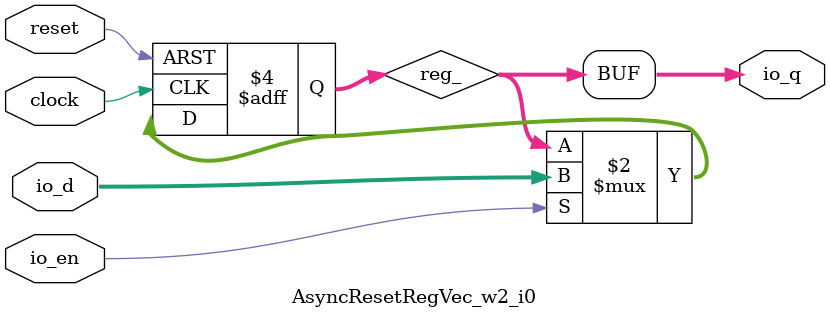
<source format=v>
module AsyncResetRegVec_w2_i0(
  input        clock,
  input        reset,
  input  [1:0] io_d,
  output [1:0] io_q,
  input        io_en
);
`ifdef RANDOMIZE_REG_INIT
  reg [31:0] _RAND_0;
`endif // RANDOMIZE_REG_INIT
  reg [1:0] reg_; // @[AsyncResetReg.scala 64:50]
  assign io_q = reg_; // @[AsyncResetReg.scala 68:8]
  always @(posedge clock or posedge reset) begin
    if (reset) begin
      reg_ <= 2'h0;
    end else if (io_en) begin
      reg_ <= io_d;
    end
  end
// Register and memory initialization
`ifdef RANDOMIZE_GARBAGE_ASSIGN
`define RANDOMIZE
`endif
`ifdef RANDOMIZE_INVALID_ASSIGN
`define RANDOMIZE
`endif
`ifdef RANDOMIZE_REG_INIT
`define RANDOMIZE
`endif
`ifdef RANDOMIZE_MEM_INIT
`define RANDOMIZE
`endif
`ifndef RANDOM
`define RANDOM $random
`endif
`ifdef RANDOMIZE_MEM_INIT
  integer initvar;
`endif
`ifndef SYNTHESIS
`ifdef FIRRTL_BEFORE_INITIAL
`FIRRTL_BEFORE_INITIAL
`endif
initial begin
  `ifdef RANDOMIZE
    `ifdef INIT_RANDOM
      `INIT_RANDOM
    `endif
    `ifndef VERILATOR
      `ifdef RANDOMIZE_DELAY
        #`RANDOMIZE_DELAY begin end
      `else
        #0.002 begin end
      `endif
    `endif
`ifdef RANDOMIZE_REG_INIT
  _RAND_0 = {1{`RANDOM}};
  reg_ = _RAND_0[1:0];
`endif // RANDOMIZE_REG_INIT
  if (reset) begin
    reg_ = 2'h0;
  end
  `endif // RANDOMIZE
end // initial
`ifdef FIRRTL_AFTER_INITIAL
`FIRRTL_AFTER_INITIAL
`endif
`endif // SYNTHESIS
endmodule

</source>
